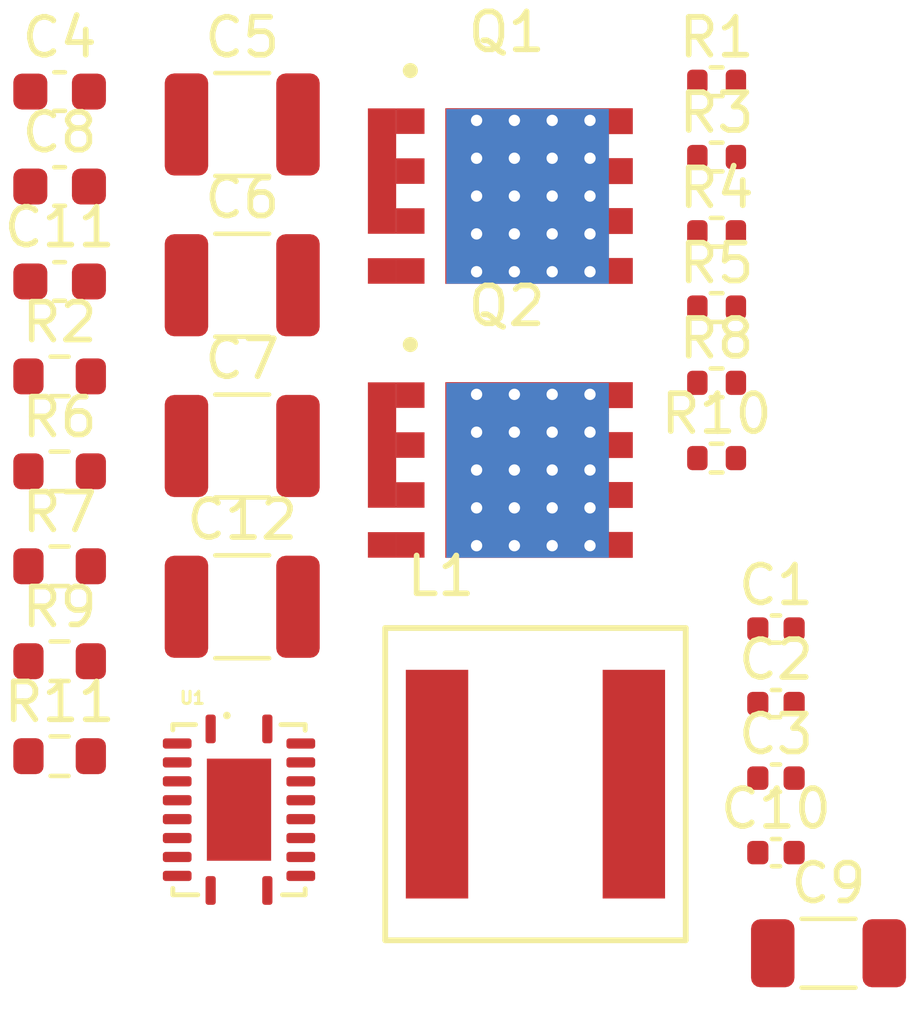
<source format=kicad_pcb>
(kicad_pcb (version 20241229) (generator "pcbnew") (generator_version "9.0")
  (layers (0 "F.Cu" signal) (2 "B.Cu" signal) (13 "F.Paste" user) (15 "B.Paste" user) (5 "F.SilkS" user "F.Silkscreen") (7 "B.SilkS" user "B.Silkscreen") (1 "F.Mask" user) (3 "B.Mask" user) (25 "Edge.Cuts" user))
  (net 0 "")
  (net 1 "Net-(C1-Pad1)")
  (net 2 "Net-(U1-FB)")
  (net 3 "Net-(U1-COMP)")
  (net 4 "Net-(C3-Pad1)")
  (net 5 "GND")
  (net 6 "Net-(U1-ILIM)")
  (net 7 "Vout")
  (net 8 "Net-(Q1-S)")
  (net 9 "Net-(U1-BST)")
  (net 10 "Net-(U1-SS{slash}TRK)")
  (net 11 "Net-(U1-VIN)")
  (net 12 "Vin")
  (net 13 "Net-(Q1-G)")
  (net 14 "Net-(Q2-G)")
  (net 15 "Net-(U1-VCC)")
  (net 16 "Net-(U1-PGOOD)")
  (net 17 "Net-(U1-SYNCIN)")
  (net 18 "Net-(U1-RT)")
  (net 19 "Net-(U1-EN{slash}UVLO)")
  (footprint "Resistor_SMD:R_0402_1005Metric" (layer "F.Cu") (at 128.24 78.75)
    (property "Reference" "R3" (at 0 -1.17 0) (layer "F.SilkS"))
    (property "Value" "3.4K")
    (fp_line (start -0.153641 -0.38) (end 0.153641 -0.38) (stroke (width 0.12)) (layer "F.SilkS"))
    (fp_line (start -0.153641 0.38) (end 0.153641 0.38) (stroke (width 0.12)) (layer "F.SilkS"))
    (pad "1" smd roundrect (at -0.51 0) (size 0.54 0.64) (layers "F.Cu" "F.Mask" "F.Paste") (net 5 "GND"))
    (pad "2" smd roundrect (at 0.51 0) (size 0.54 0.64) (layers "F.Cu" "F.Mask" "F.Paste") (net 2 "Net-(U1-FB)"))
  )
  (footprint "MyLib:8-PowerVDFN" (layer "F.Cu") (at 122.89 79.7825)
    (property "Reference" "Q1" (at -0.2025 -4.335 0) (layer "F.SilkS"))
    (property "Value" "CSD17578Q3A")
    (fp_circle (center -2.7525 -3.3175) (end -2.6525 -3.3175) (stroke (width 0.2)) (fill no) (layer "F.SilkS"))
    (pad "1" smd custom (at -3.50125 -0.66) (size 0.7475 3.315) (layers "F.Cu" "F.Paste") (net 8 "Net-(Q1-S)") (options (clearance outline) (anchor rect)) (primitives))
    (pad "1" smd custom (at -2.7525 -1.98) (size 0.75 0.675) (layers "F.Cu" "F.Mask" "F.Paste") (net 8 "Net-(Q1-S)") (options (clearance outline) (anchor rect)) (primitives))
    (pad "1" smd custom (at -2.7525 -0.66) (size 0.75 0.675) (layers "F.Cu" "F.Mask" "F.Paste") (net 8 "Net-(Q1-S)") (options (clearance outline) (anchor rect)) (primitives))
    (pad "1" smd custom (at -2.7525 0.66) (size 0.75 0.675) (layers "F.Cu" "F.Mask" "F.Paste") (net 8 "Net-(Q1-S)") (options (clearance outline) (anchor rect)) (primitives))
    (pad "4" smd rect (at -3.5 1.98) (size 0.75 0.675) (layers "F.Cu" "F.Paste") (net 13 "Net-(Q1-G)"))
    (pad "4" smd rect (at -2.7525 1.98) (size 0.75 0.675) (layers "F.Cu" "F.Mask" "F.Paste") (net 13 "Net-(Q1-G)"))
    (pad "5" thru_hole rect (at -1 -2) (size 1 0.8) (drill 0.3 (offset 0 0.1)) (property pad_prop_heatsink) (layers "*.Cu") (net 12 "Vin"))
    (pad "5" thru_hole rect (at -1 -1) (size 1 1) (drill 0.3) (property pad_prop_heatsink) (layers "*.Cu") (net 12 "Vin"))
    (pad "5" thru_hole rect (at -1 0) (size 1 1) (drill 0.3) (property pad_prop_heatsink) (layers "*.Cu") (net 12 "Vin"))
    (pad "5" thru_hole rect (at -1 1) (size 1 1) (drill 0.3) (property pad_prop_heatsink) (layers "*.Cu") (net 12 "Vin"))
    (pad "5" thru_hole rect (at -1 2) (size 1 0.8175) (drill 0.3 (offset 0 -0.09125)) (property pad_prop_heatsink) (layers "*.Cu") (net 12 "Vin"))
    (pad "5" thru_hole rect (at 0 -2) (size 1 0.8) (drill 0.3 (offset 0 0.1)) (property pad_prop_heatsink) (layers "*.Cu") (net 12 "Vin"))
    (pad "5" thru_hole rect (at 0 -1) (size 1 1) (drill 0.3) (property pad_prop_heatsink) (layers "*.Cu") (net 12 "Vin"))
    (pad "5" smd custom (at 0 0) (size 0.75 0.675) (layers "F.Cu") (net 12 "Vin") (options (clearance outline) (anchor rect)) (primitives (gr_poly (pts (xy 3.1275 -2.3175) (xy -1.8225 -2.3175) (xy -1.8225 2.3175) (xy 3.1275 2.3175) (xy 3.1275 1.6425) (xy 2.4725 1.6425) (xy 2.4725 0.9975) (xy 3.1275 0.9975) (xy 3.1275 0.3225) (xy 2.4725 0.3225) (xy 2.4725 -0.3225) (xy 3.1275 -0.3225) (xy 3.1275 -0.9975) (xy 2.4725 -0.9975) (xy 2.4725 -1.6425) (xy 3.1275 -1.6425)) (width 0.01) (fill yes))))
    (pad "5" thru_hole rect (at 0 0) (size 1 1) (drill 0.3) (property pad_prop_heatsink) (layers "*.Cu") (net 12 "Vin"))
    (pad "5" thru_hole rect (at 0 1) (size 1 1) (drill 0.3) (property pad_prop_heatsink) (layers "*.Cu") (net 12 "Vin"))
    (pad "5" thru_hole rect (at 0 2) (size 1 0.8175) (drill 0.3 (offset 0 -0.09125)) (property pad_prop_heatsink) (layers "*.Cu") (net 12 "Vin"))
    (pad "5" smd rect (at 0.34 0.00875) (size 4.28 4.6175) (property pad_prop_heatsink) (layers "B.Cu" "B.Mask") (net 12 "Vin"))
    (pad "5" thru_hole rect (at 1 -2) (size 1 0.8) (drill 0.3 (offset 0 0.1)) (property pad_prop_heatsink) (layers "*.Cu") (net 12 "Vin"))
    (pad "5" thru_hole rect (at 1 -1) (size 1 1) (drill 0.3) (property pad_prop_heatsink) (layers "*.Cu") (net 12 "Vin"))
    (pad "5" thru_hole rect (at 1 0) (size 1 1) (drill 0.3) (property pad_prop_heatsink) (layers "*.Cu") (net 12 "Vin"))
    (pad "5" thru_hole rect (at 1 1) (size 1 1) (drill 0.3) (property pad_prop_heatsink) (layers "*.Cu") (net 12 "Vin"))
    (pad "5" thru_hole rect (at 1 2) (size 1 0.8175) (drill 0.3 (offset 0 -0.09125)) (property pad_prop_heatsink) (layers "*.Cu") (net 12 "Vin"))
    (pad "5" thru_hole rect (at 2 -2) (size 1 0.8) (drill 0.3 (offset 0 0.1)) (property pad_prop_heatsink) (layers "*.Cu") (net 12 "Vin"))
    (pad "5" thru_hole rect (at 2 -1) (size 1 1) (drill 0.3) (property pad_prop_heatsink) (layers "*.Cu") (net 12 "Vin"))
    (pad "5" thru_hole rect (at 2 0) (size 1 1) (drill 0.3) (property pad_prop_heatsink) (layers "*.Cu") (net 12 "Vin"))
    (pad "5" thru_hole rect (at 2 1) (size 1 1) (drill 0.3) (property pad_prop_heatsink) (layers "*.Cu") (net 12 "Vin"))
    (pad "5" thru_hole rect (at 2 2) (size 1 0.8175) (drill 0.3 (offset 0 -0.09125)) (property pad_prop_heatsink) (layers "*.Cu") (net 12 "Vin"))
  )
  (footprint "Resistor_SMD:R_0402_1005Metric" (layer "F.Cu") (at 128.24 82.73)
    (property "Reference" "R5" (at 0 -1.17 0) (layer "F.SilkS"))
    (property "Value" "787")
    (fp_line (start -0.153641 -0.38) (end 0.153641 -0.38) (stroke (width 0.12)) (layer "F.SilkS"))
    (fp_line (start -0.153641 0.38) (end 0.153641 0.38) (stroke (width 0.12)) (layer "F.SilkS"))
    (pad "1" smd roundrect (at -0.51 0) (size 0.54 0.64) (layers "F.Cu" "F.Mask" "F.Paste") (net 4 "Net-(C3-Pad1)"))
    (pad "2" smd roundrect (at 0.51 0) (size 0.54 0.64) (layers "F.Cu" "F.Mask" "F.Paste") (net 2 "Net-(U1-FB)"))
  )
  (footprint "Capacitor_SMD:C_0603_1608Metric" (layer "F.Cu") (at 110.86 82.04)
    (property "Reference" "C11" (at 0 -1.43 0) (layer "F.SilkS"))
    (property "Value" "100nF")
    (fp_line (start -0.14058 -0.51) (end 0.14058 -0.51) (stroke (width 0.12)) (layer "F.SilkS"))
    (fp_line (start -0.14058 0.51) (end 0.14058 0.51) (stroke (width 0.12)) (layer "F.SilkS"))
    (pad "1" smd roundrect (at -0.775 0) (size 0.9 0.95) (layers "F.Cu" "F.Mask" "F.Paste") (net 11 "Net-(U1-VIN)"))
    (pad "2" smd roundrect (at 0.775 0) (size 0.9 0.95) (layers "F.Cu" "F.Mask" "F.Paste") (net 5 "GND"))
  )
  (footprint "MyLib:IND_XAL7070_COC-M" (layer "F.Cu") (at 123.4473 95.3297)
    (property "Reference" "L1" (at -2.5 -5.5 0) (layer "F.SilkS"))
    (property "Value" "3.3uH")
    (fp_line (start -3.9751 -4.1275) (end -3.9751 4.1275) (stroke (width 0.1524)) (layer "F.SilkS"))
    (fp_line (start -3.9751 4.1275) (end 3.9751 4.1275) (stroke (width 0.1524)) (layer "F.SilkS"))
    (fp_line (start 3.9751 -4.1275) (end -3.9751 -4.1275) (stroke (width 0.1524)) (layer "F.SilkS"))
    (fp_line (start 3.9751 4.1275) (end 3.9751 -4.1275) (stroke (width 0.1524)) (layer "F.SilkS"))
    (pad "1" smd rect (at -2.6035 0) (size 1.651 6.0452) (layers "F.Cu" "F.Mask" "F.Paste") (net 8 "Net-(Q1-S)"))
    (pad "2" smd rect (at 2.6035 0) (size 1.651 6.0452) (layers "F.Cu" "F.Mask" "F.Paste") (net 7 "Vout"))
  )
  (footprint "Resistor_SMD:R_0603_1608Metric" (layer "F.Cu") (at 110.86 84.55)
    (property "Reference" "R2" (at 0 -1.43 0) (layer "F.SilkS"))
    (property "Value" "18K")
    (fp_line (start -0.237258 -0.5225) (end 0.237258 -0.5225) (stroke (width 0.12)) (layer "F.SilkS"))
    (fp_line (start -0.237258 0.5225) (end 0.237258 0.5225) (stroke (width 0.12)) (layer "F.SilkS"))
    (pad "1" smd roundrect (at -0.825 0) (size 0.8 0.95) (layers "F.Cu" "F.Mask" "F.Paste") (net 2 "Net-(U1-FB)"))
    (pad "2" smd roundrect (at 0.825 0) (size 0.8 0.95) (layers "F.Cu" "F.Mask" "F.Paste") (net 7 "Vout"))
  )
  (footprint "Resistor_SMD:R_0603_1608Metric" (layer "F.Cu") (at 110.86 92.08)
    (property "Reference" "R9" (at 0 -1.43 0) (layer "F.SilkS"))
    (property "Value" "2.1")
    (fp_line (start -0.237258 -0.5225) (end 0.237258 -0.5225) (stroke (width 0.12)) (layer "F.SilkS"))
    (fp_line (start -0.237258 0.5225) (end 0.237258 0.5225) (stroke (width 0.12)) (layer "F.SilkS"))
    (pad "1" smd roundrect (at -0.825 0) (size 0.8 0.95) (layers "F.Cu" "F.Mask" "F.Paste") (net 11 "Net-(U1-VIN)"))
    (pad "2" smd roundrect (at 0.825 0) (size 0.8 0.95) (layers "F.Cu" "F.Mask" "F.Paste") (net 12 "Vin"))
  )
  (footprint "Capacitor_SMD:C_0603_1608Metric" (layer "F.Cu") (at 110.86 79.53)
    (property "Reference" "C8" (at 0 -1.43 0) (layer "F.SilkS"))
    (property "Value" "100nF")
    (fp_line (start -0.14058 -0.51) (end 0.14058 -0.51) (stroke (width 0.12)) (layer "F.SilkS"))
    (fp_line (start -0.14058 0.51) (end 0.14058 0.51) (stroke (width 0.12)) (layer "F.SilkS"))
    (pad "1" smd roundrect (at -0.775 0) (size 0.9 0.95) (layers "F.Cu" "F.Mask" "F.Paste") (net 8 "Net-(Q1-S)"))
    (pad "2" smd roundrect (at 0.775 0) (size 0.9 0.95) (layers "F.Cu" "F.Mask" "F.Paste") (net 9 "Net-(U1-BST)"))
  )
  (footprint "Capacitor_SMD:C_0402_1005Metric" (layer "F.Cu") (at 129.81 97.14)
    (property "Reference" "C10" (at 0 -1.16 0) (layer "F.SilkS"))
    (property "Value" "56nF")
    (fp_line (start -0.107836 -0.36) (end 0.107836 -0.36) (stroke (width 0.12)) (layer "F.SilkS"))
    (fp_line (start -0.107836 0.36) (end 0.107836 0.36) (stroke (width 0.12)) (layer "F.SilkS"))
    (pad "1" smd roundrect (at -0.48 0) (size 0.56 0.62) (layers "F.Cu" "F.Mask" "F.Paste") (net 10 "Net-(U1-SS{slash}TRK)"))
    (pad "2" smd roundrect (at 0.48 0) (size 0.56 0.62) (layers "F.Cu" "F.Mask" "F.Paste") (net 5 "GND"))
  )
  (footprint "Capacitor_SMD:C_1210_3225Metric" (layer "F.Cu") (at 115.69 82.14)
    (property "Reference" "C6" (at 0 -2.3 0) (layer "F.SilkS"))
    (property "Value" "22uF")
    (fp_line (start -0.711252 -1.36) (end 0.711252 -1.36) (stroke (width 0.12)) (layer "F.SilkS"))
    (fp_line (start -0.711252 1.36) (end 0.711252 1.36) (stroke (width 0.12)) (layer "F.SilkS"))
    (pad "1" smd roundrect (at -1.475 0) (size 1.15 2.7) (layers "F.Cu" "F.Mask" "F.Paste") (roundrect_rratio 0.217391) (net 7 "Vout"))
    (pad "2" smd roundrect (at 1.475 0) (size 1.15 2.7) (layers "F.Cu" "F.Mask" "F.Paste") (roundrect_rratio 0.217391) (net 5 "GND"))
  )
  (footprint "Capacitor_SMD:C_0402_1005Metric" (layer "F.Cu") (at 129.81 93.2)
    (property "Reference" "C2" (at 0 -1.16 0) (layer "F.SilkS"))
    (property "Value" "390pF")
    (fp_line (start -0.107836 -0.36) (end 0.107836 -0.36) (stroke (width 0.12)) (layer "F.SilkS"))
    (fp_line (start -0.107836 0.36) (end 0.107836 0.36) (stroke (width 0.12)) (layer "F.SilkS"))
    (pad "1" smd roundrect (at -0.48 0) (size 0.56 0.62) (layers "F.Cu" "F.Mask" "F.Paste") (net 2 "Net-(U1-FB)"))
    (pad "2" smd roundrect (at 0.48 0) (size 0.56 0.62) (layers "F.Cu" "F.Mask" "F.Paste") (net 3 "Net-(U1-COMP)"))
  )
  (footprint "Capacitor_SMD:C_1206_3216Metric" (layer "F.Cu") (at 131.2 99.8)
    (property "Reference" "C9" (at 0 -1.85 0) (layer "F.SilkS"))
    (property "Value" "2.2uF")
    (fp_line (start -0.711252 -0.91) (end 0.711252 -0.91) (stroke (width 0.12)) (layer "F.SilkS"))
    (fp_line (start -0.711252 0.91) (end 0.711252 0.91) (stroke (width 0.12)) (layer "F.SilkS"))
    (pad "1" smd roundrect (at -1.475 0) (size 1.15 1.8) (layers "F.Cu" "F.Mask" "F.Paste") (roundrect_rratio 0.217391) (net 15 "Net-(U1-VCC)"))
    (pad "2" smd roundrect (at 1.475 0) (size 1.15 1.8) (layers "F.Cu" "F.Mask" "F.Paste") (roundrect_rratio 0.217391) (net 5 "GND"))
  )
  (footprint "Resistor_SMD:R_0603_1608Metric" (layer "F.Cu") (at 110.86 89.57)
    (property "Reference" "R7" (at 0 -1.43 0) (layer "F.SilkS"))
    (property "Value" "787")
    (fp_line (start -0.237258 -0.5225) (end 0.237258 -0.5225) (stroke (width 0.12)) (layer "F.SilkS"))
    (fp_line (start -0.237258 0.5225) (end 0.237258 0.5225) (stroke (width 0.12)) (layer "F.SilkS"))
    (pad "1" smd roundrect (at -0.825 0) (size 0.8 0.95) (layers "F.Cu" "F.Mask" "F.Paste") (net 15 "Net-(U1-VCC)"))
    (pad "2" smd roundrect (at 0.825 0) (size 0.8 0.95) (layers "F.Cu" "F.Mask" "F.Paste") (net 17 "Net-(U1-SYNCIN)"))
  )
  (footprint "Capacitor_SMD:C_1210_3225Metric" (layer "F.Cu") (at 115.69 77.89)
    (property "Reference" "C5" (at 0 -2.3 0) (layer "F.SilkS"))
    (property "Value" "22uF")
    (fp_line (start -0.711252 -1.36) (end 0.711252 -1.36) (stroke (width 0.12)) (layer "F.SilkS"))
    (fp_line (start -0.711252 1.36) (end 0.711252 1.36) (stroke (width 0.12)) (layer "F.SilkS"))
    (pad "1" smd roundrect (at -1.475 0) (size 1.15 2.7) (layers "F.Cu" "F.Mask" "F.Paste") (roundrect_rratio 0.217391) (net 7 "Vout"))
    (pad "2" smd roundrect (at 1.475 0) (size 1.15 2.7) (layers "F.Cu" "F.Mask" "F.Paste") (roundrect_rratio 0.217391) (net 5 "GND"))
  )
  (footprint "Capacitor_SMD:C_1210_3225Metric" (layer "F.Cu") (at 115.69 86.39)
    (property "Reference" "C7" (at 0 -2.3 0) (layer "F.SilkS"))
    (property "Value" "22uF")
    (fp_line (start -0.711252 -1.36) (end 0.711252 -1.36) (stroke (width 0.12)) (layer "F.SilkS"))
    (fp_line (start -0.711252 1.36) (end 0.711252 1.36) (stroke (width 0.12)) (layer "F.SilkS"))
    (pad "1" smd roundrect (at -1.475 0) (size 1.15 2.7) (layers "F.Cu" "F.Mask" "F.Paste") (roundrect_rratio 0.217391) (net 7 "Vout"))
    (pad "2" smd roundrect (at 1.475 0) (size 1.15 2.7) (layers "F.Cu" "F.Mask" "F.Paste") (roundrect_rratio 0.217391) (net 5 "GND"))
  )
  (footprint "Resistor_SMD:R_0402_1005Metric" (layer "F.Cu") (at 128.24 84.72)
    (property "Reference" "R8" (at 0 -1.17 0) (layer "F.SilkS"))
    (property "Value" "39.2K")
    (fp_line (start -0.153641 -0.38) (end 0.153641 -0.38) (stroke (width 0.12)) (layer "F.SilkS"))
    (fp_line (start -0.153641 0.38) (end 0.153641 0.38) (stroke (width 0.12)) (layer "F.SilkS"))
    (pad "1" smd roundrect (at -0.51 0) (size 0.54 0.64) (layers "F.Cu" "F.Mask" "F.Paste") (net 5 "GND"))
    (pad "2" smd roundrect (at 0.51 0) (size 0.54 0.64) (layers "F.Cu" "F.Mask" "F.Paste") (net 18 "Net-(U1-RT)"))
  )
  (footprint "Capacitor_SMD:C_0402_1005Metric" (layer "F.Cu") (at 129.81 91.23)
    (property "Reference" "C1" (at 0 -1.16 0) (layer "F.SilkS"))
    (property "Value" "390pF")
    (fp_line (start -0.107836 -0.36) (end 0.107836 -0.36) (stroke (width 0.12)) (layer "F.SilkS"))
    (fp_line (start -0.107836 0.36) (end 0.107836 0.36) (stroke (width 0.12)) (layer "F.SilkS"))
    (pad "1" smd roundrect (at -0.48 0) (size 0.56 0.62) (layers "F.Cu" "F.Mask" "F.Paste") (net 1 "Net-(C1-Pad1)"))
    (pad "2" smd roundrect (at 0.48 0) (size 0.56 0.62) (layers "F.Cu" "F.Mask" "F.Paste") (net 2 "Net-(U1-FB)"))
  )
  (footprint "Capacitor_SMD:C_1210_3225Metric" (layer "F.Cu") (at 115.69 90.64)
    (property "Reference" "C12" (at 0 -2.3 0) (layer "F.SilkS"))
    (property "Value" "4.7uF")
    (fp_line (start -0.711252 -1.36) (end 0.711252 -1.36) (stroke (width 0.12)) (layer "F.SilkS"))
    (fp_line (start -0.711252 1.36) (end 0.711252 1.36) (stroke (width 0.12)) (layer "F.SilkS"))
    (pad "1" smd roundrect (at -1.475 0) (size 1.15 2.7) (layers "F.Cu" "F.Mask" "F.Paste") (roundrect_rratio 0.217391) (net 12 "Vin"))
    (pad "2" smd roundrect (at 1.475 0) (size 1.15 2.7) (layers "F.Cu" "F.Mask" "F.Paste") (roundrect_rratio 0.217391) (net 5 "GND"))
  )
  (footprint "Resistor_SMD:R_0402_1005Metric" (layer "F.Cu") (at 128.24 76.76)
    (property "Reference" "R1" (at 0 -1.17 0) (layer "F.SilkS"))
    (property "Value" "787")
    (fp_line (start -0.153641 -0.38) (end 0.153641 -0.38) (stroke (width 0.12)) (layer "F.SilkS"))
    (fp_line (start -0.153641 0.38) (end 0.153641 0.38) (stroke (width 0.12)) (layer "F.SilkS"))
    (pad "1" smd roundrect (at -0.51 0) (size 0.54 0.64) (layers "F.Cu" "F.Mask" "F.Paste") (net 6 "Net-(U1-ILIM)"))
    (pad "2" smd roundrect (at 0.51 0) (size 0.54 0.64) (layers "F.Cu" "F.Mask" "F.Paste") (net 8 "Net-(Q1-S)"))
  )
  (footprint "Capacitor_SMD:C_0402_1005Metric" (layer "F.Cu") (at 129.81 95.17)
    (property "Reference" "C3" (at 0 -1.16 0) (layer "F.SilkS"))
    (property "Value" "390pF")
    (fp_line (start -0.107836 -0.36) (end 0.107836 -0.36) (stroke (width 0.12)) (layer "F.SilkS"))
    (fp_line (start -0.107836 0.36) (end 0.107836 0.36) (stroke (width 0.12)) (layer "F.SilkS"))
    (pad "1" smd roundrect (at -0.48 0) (size 0.56 0.62) (layers "F.Cu" "F.Mask" "F.Paste") (net 4 "Net-(C3-Pad1)"))
    (pad "2" smd roundrect (at 0.48 0) (size 0.56 0.62) (layers "F.Cu" "F.Mask" "F.Paste") (net 3 "Net-(U1-COMP)"))
  )
  (footprint "Capacitor_SMD:C_0603_1608Metric" (layer "F.Cu") (at 110.86 77.02)
    (property "Reference" "C4" (at 0 -1.43 0) (layer "F.SilkS"))
    (property "Value" "10pF")
    (fp_line (start -0.14058 -0.51) (end 0.14058 -0.51) (stroke (width 0.12)) (layer "F.SilkS"))
    (fp_line (start -0.14058 0.51) (end 0.14058 0.51) (stroke (width 0.12)) (layer "F.SilkS"))
    (pad "1" smd roundrect (at -0.775 0) (size 0.9 0.95) (layers "F.Cu" "F.Mask" "F.Paste") (net 6 "Net-(U1-ILIM)"))
    (pad "2" smd roundrect (at 0.775 0) (size 0.9 0.95) (layers "F.Cu" "F.Mask" "F.Paste") (net 5 "GND"))
  )
  (footprint "Resistor_SMD:R_0402_1005Metric" (layer "F.Cu") (at 128.24 80.74)
    (property "Reference" "R4" (at 0 -1.17 0) (layer "F.SilkS"))
    (property "Value" "130")
    (fp_line (start -0.153641 -0.38) (end 0.153641 -0.38) (stroke (width 0.12)) (layer "F.SilkS"))
    (fp_line (start -0.153641 0.38) (end 0.153641 0.38) (stroke (width 0.12)) (layer "F.SilkS"))
    (pad "1" smd roundrect (at -0.51 0) (size 0.54 0.64) (layers "F.Cu" "F.Mask" "F.Paste") (net 1 "Net-(C1-Pad1)"))
    (pad "2" smd roundrect (at 0.51 0) (size 0.54 0.64) (layers "F.Cu" "F.Mask" "F.Paste") (net 7 "Vout"))
  )
  (footprint "Resistor_SMD:R_0603_1608Metric" (layer "F.Cu") (at 110.86 87.06)
    (property "Reference" "R6" (at 0 -1.43 0) (layer "F.SilkS"))
    (property "Value" "787")
    (fp_line (start -0.237258 -0.5225) (end 0.237258 -0.5225) (stroke (width 0.12)) (layer "F.SilkS"))
    (fp_line (start -0.237258 0.5225) (end 0.237258 0.5225) (stroke (width 0.12)) (layer "F.SilkS"))
    (pad "1" smd roundrect (at -0.825 0) (size 0.8 0.95) (layers "F.Cu" "F.Mask" "F.Paste") (net 15 "Net-(U1-VCC)"))
    (pad "2" smd roundrect (at 0.825 0) (size 0.8 0.95) (layers "F.Cu" "F.Mask" "F.Paste") (net 16 "Net-(U1-PGOOD)"))
  )
  (footprint "MyLib:8-PowerVDFN" (layer "F.Cu") (at 122.89 87.025)
    (property "Reference" "Q2" (at -0.2025 -4.335 0) (layer "F.SilkS"))
    (property "Value" "CSD17577Q3A")
    (fp_circle (center -2.7525 -3.3175) (end -2.6525 -3.3175) (stroke (width 0.2)) (fill no) (layer "F.SilkS"))
    (pad "1" smd custom (at -3.50125 -0.66) (size 0.7475 3.315) (layers "F.Cu" "F.Paste") (net 5 "GND") (options (clearance outline) (anchor rect)) (primitives))
    (pad "1" smd custom (at -2.7525 -1.98) (size 0.75 0.675) (layers "F.Cu" "F.Mask" "F.Paste") (net 5 "GND") (options (clearance outline) (anchor rect)) (primitives))
    (pad "1" smd custom (at -2.7525 -0.66) (size 0.75 0.675) (layers "F.Cu" "F.Mask" "F.Paste") (net 5 "GND") (options (clearance outline) (anchor rect)) (primitives))
    (pad "1" smd custom (at -2.7525 0.66) (size 0.75 0.675) (layers "F.Cu" "F.Mask" "F.Paste") (net 5 "GND") (options (clearance outline) (anchor rect)) (primitives))
    (pad "4" smd rect (at -3.5 1.98) (size 0.75 0.675) (layers "F.Cu" "F.Paste") (net 14 "Net-(Q2-G)"))
    (pad "4" smd rect (at -2.7525 1.98) (size 0.75 0.675) (layers "F.Cu" "F.Mask" "F.Paste") (net 14 "Net-(Q2-G)"))
    (pad "5" thru_hole rect (at -1 -2) (size 1 0.8) (drill 0.3 (offset 0 0.1)) (property pad_prop_heatsink) (layers "*.Cu") (net 8 "Net-(Q1-S)"))
    (pad "5" thru_hole rect (at -1 -1) (size 1 1) (drill 0.3) (property pad_prop_heatsink) (layers "*.Cu") (net 8 "Net-(Q1-S)"))
    (pad "5" thru_hole rect (at -1 0) (size 1 1) (drill 0.3) (property pad_prop_heatsink) (layers "*.Cu") (net 8 "Net-(Q1-S)"))
    (pad "5" thru_hole rect (at -1 1) (size 1 1) (drill 0.3) (property pad_prop_heatsink) (layers "*.Cu") (net 8 "Net-(Q1-S)"))
    (pad "5" thru_hole rect (at -1 2) (size 1 0.8175) (drill 0.3 (offset 0 -0.09125)) (property pad_prop_heatsink) (layers "*.Cu") (net 8 "Net-(Q1-S)"))
    (pad "5" thru_hole rect (at 0 -2) (size 1 0.8) (drill 0.3 (offset 0 0.1)) (property pad_prop_heatsink) (layers "*.Cu") (net 8 "Net-(Q1-S)"))
    (pad "5" thru_hole rect (at 0 -1) (size 1 1) (drill 0.3) (property pad_prop_heatsink) (layers "*.Cu") (net 8 "Net-(Q1-S)"))
    (pad "5" smd custom (at 0 0) (size 0.75 0.675) (layers "F.Cu") (net 8 "Net-(Q1-S)") (options (clearance outline) (anchor rect)) (primitives (gr_poly (pts (xy 3.1275 -2.3175) (xy -1.8225 -2.3175) (xy -1.8225 2.3175) (xy 3.1275 2.3175) (xy 3.1275 1.6425) (xy 2.4725 1.6425) (xy 2.4725 0.9975) (xy 3.1275 0.9975) (xy 3.1275 0.3225) (xy 2.4725 0.3225) (xy 2.4725 -0.3225) (xy 3.1275 -0.3225) (xy 3.1275 -0.9975) (xy 2.4725 -0.9975) (xy 2.4725 -1.6425) (xy 3.1275 -1.6425)) (width 0.01) (fill yes))))
    (pad "5" thru_hole rect (at 0 0) (size 1 1) (drill 0.3) (property pad_prop_heatsink) (layers "*.Cu") (net 8 "Net-(Q1-S)"))
    (pad "5" thru_hole rect (at 0 1) (size 1 1) (drill 0.3) (property pad_prop_heatsink) (layers "*.Cu") (net 8 "Net-(Q1-S)"))
    (pad "5" thru_hole rect (at 0 2) (size 1 0.8175) (drill 0.3 (offset 0 -0.09125)) (property pad_prop_heatsink) (layers "*.Cu") (net 8 "Net-(Q1-S)"))
    (pad "5" smd rect (at 0.34 0.00875) (size 4.28 4.6175) (property pad_prop_heatsink) (layers "B.Cu" "B.Mask") (net 8 "Net-(Q1-S)"))
    (pad "5" thru_hole rect (at 1 -2) (size 1 0.8) (drill 0.3 (offset 0 0.1)) (property pad_prop_heatsink) (layers "*.Cu") (net 8 "Net-(Q1-S)"))
    (pad "5" thru_hole rect (at 1 -1) (size 1 1) (drill 0.3) (property pad_prop_heatsink) (layers "*.Cu") (net 8 "Net-(Q1-S)"))
    (pad "5" thru_hole rect (at 1 0) (size 1 1) (drill 0.3) (property pad_prop_heatsink) (layers "*.Cu") (net 8 "Net-(Q1-S)"))
    (pad "5" thru_hole rect (at 1 1) (size 1 1) (drill 0.3) (property pad_prop_heatsink) (layers "*.Cu") (net 8 "Net-(Q1-S)"))
    (pad "5" thru_hole rect (at 1 2) (size 1 0.8175) (drill 0.3 (offset 0 -0.09125)) (property pad_prop_heatsink) (layers "*.Cu") (net 8 "Net-(Q1-S)"))
    (pad "5" thru_hole rect (at 2 -2) (size 1 0.8) (drill 0.3 (offset 0 0.1)) (property pad_prop_heatsink) (layers "*.Cu") (net 8 "Net-(Q1-S)"))
    (pad "5" thru_hole rect (at 2 -1) (size 1 1) (drill 0.3) (property pad_prop_heatsink) (layers "*.Cu") (net 8 "Net-(Q1-S)"))
    (pad "5" thru_hole rect (at 2 0) (size 1 1) (drill 0.3) (property pad_prop_heatsink) (layers "*.Cu") (net 8 "Net-(Q1-S)"))
    (pad "5" thru_hole rect (at 2 1) (size 1 1) (drill 0.3) (property pad_prop_heatsink) (layers "*.Cu") (net 8 "Net-(Q1-S)"))
    (pad "5" thru_hole rect (at 2 2) (size 1 0.8175) (drill 0.3 (offset 0 -0.09125)) (property pad_prop_heatsink) (layers "*.Cu") (net 8 "Net-(Q1-S)"))
  )
  (footprint "Resistor_SMD:R_0603_1608Metric" (layer "F.Cu") (at 110.86 94.59)
    (property "Reference" "R11" (at 0 -1.43 0) (layer "F.SilkS"))
    (property "Value" "8.45K")
    (fp_line (start -0.237258 -0.5225) (end 0.237258 -0.5225) (stroke (width 0.12)) (layer "F.SilkS"))
    (fp_line (start -0.237258 0.5225) (end 0.237258 0.5225) (stroke (width 0.12)) (layer "F.SilkS"))
    (pad "1" smd roundrect (at -0.825 0) (size 0.8 0.95) (layers "F.Cu" "F.Mask" "F.Paste") (net 5 "GND"))
    (pad "2" smd roundrect (at 0.825 0) (size 0.8 0.95) (layers "F.Cu" "F.Mask" "F.Paste") (net 19 "Net-(U1-EN{slash}UVLO)"))
  )
  (footprint "Resistor_SMD:R_0402_1005Metric" (layer "F.Cu") (at 128.24 86.71)
    (property "Reference" "R10" (at 0 -1.17 0) (layer "F.SilkS"))
    (property "Value" "49.9K")
    (fp_line (start -0.153641 -0.38) (end 0.153641 -0.38) (stroke (width 0.12)) (layer "F.SilkS"))
    (fp_line (start -0.153641 0.38) (end 0.153641 0.38) (stroke (width 0.12)) (layer "F.SilkS"))
    (pad "1" smd roundrect (at -0.51 0) (size 0.54 0.64) (layers "F.Cu" "F.Mask" "F.Paste") (net 19 "Net-(U1-EN{slash}UVLO)"))
    (pad "2" smd roundrect (at 0.51 0) (size 0.54 0.64) (layers "F.Cu" "F.Mask" "F.Paste") (net 12 "Vin"))
  )
  (footprint "MyLib:QFN50P350X450X100-20N" (layer "F.Cu") (at 115.605 96.005)
    (property "Reference" "U1" (at -1.234013 -2.953222 0) (layer "F.SilkS") (effects (font (size 0.320002 0.320002))))
    (property "Value" "LM25145RGYT")
    (fp_line (start -1.75 -2.25) (end -1.15 -2.25) (stroke (width 0.127)) (layer "F.SilkS"))
    (fp_line (start -1.75 -2.11) (end -1.75 -2.25) (stroke (width 0.127)) (layer "F.SilkS"))
    (fp_line (start -1.75 2.08) (end -1.75 2.25) (stroke (width 0.127)) (layer "F.SilkS"))
    (fp_line (start -1.75 2.25) (end -1.09 2.25) (stroke (width 0.127)) (layer "F.SilkS"))
    (fp_line (start 1.11 -2.25) (end 1.75 -2.25) (stroke (width 0.127)) (layer "F.SilkS"))
    (fp_line (start 1.75 -2.25) (end 1.75 -2.1) (stroke (width 0.127)) (layer "F.SilkS"))
    (fp_line (start 1.75 2.09) (end 1.75 2.25) (stroke (width 0.127)) (layer "F.SilkS"))
    (fp_line (start 1.75 2.25) (end 1.15 2.25) (stroke (width 0.127)) (layer "F.SilkS"))
    (fp_circle (center -0.32 -2.49) (end -0.22 -2.49) (fill yes) (layer "F.SilkS"))
    (pad "1" smd roundrect (at -0.75 -2.135) (size 0.27 0.76) (layers "F.Cu" "F.Mask" "F.Paste") (roundrect_rratio 0.27) (net 19 "Net-(U1-EN{slash}UVLO)"))
    (pad "2" smd roundrect (at -1.635 -1.75) (size 0.76 0.27) (layers "F.Cu" "F.Mask" "F.Paste") (roundrect_rratio 0.27) (net 18 "Net-(U1-RT)"))
    (pad "3" smd roundrect (at -1.635 -1.25) (size 0.76 0.27) (layers "F.Cu" "F.Mask" "F.Paste") (roundrect_rratio 0.27) (net 10 "Net-(U1-SS{slash}TRK)"))
    (pad "4" smd roundrect (at -1.635 -0.75) (size 0.76 0.27) (layers "F.Cu" "F.Mask" "F.Paste") (roundrect_rratio 0.27) (net 3 "Net-(U1-COMP)"))
    (pad "5" smd roundrect (at -1.635 -0.25) (size 0.76 0.27) (layers "F.Cu" "F.Mask" "F.Paste") (roundrect_rratio 0.27) (net 2 "Net-(U1-FB)"))
    (pad "6" smd roundrect (at -1.635 0.25) (size 0.76 0.27) (layers "F.Cu" "F.Mask" "F.Paste") (roundrect_rratio 0.27) (net 5 "GND"))
    (pad "7" smd roundrect (at -1.635 0.75) (size 0.76 0.27) (layers "F.Cu" "F.Mask" "F.Paste") (roundrect_rratio 0.27))
    (pad "8" smd roundrect (at -1.635 1.25) (size 0.76 0.27) (layers "F.Cu" "F.Mask" "F.Paste") (roundrect_rratio 0.27) (net 17 "Net-(U1-SYNCIN)"))
    (pad "9" smd roundrect (at -1.635 1.75) (size 0.76 0.27) (layers "F.Cu" "F.Mask" "F.Paste") (roundrect_rratio 0.27))
    (pad "10" smd roundrect (at -0.75 2.135) (size 0.27 0.76) (layers "F.Cu" "F.Mask" "F.Paste") (roundrect_rratio 0.27) (net 16 "Net-(U1-PGOOD)"))
    (pad "11" smd roundrect (at 0.75 2.135) (size 0.27 0.76) (layers "F.Cu" "F.Mask" "F.Paste") (roundrect_rratio 0.27) (net 6 "Net-(U1-ILIM)"))
    (pad "12" smd roundrect (at 1.635 1.75) (size 0.76 0.27) (layers "F.Cu" "F.Mask" "F.Paste") (roundrect_rratio 0.27) (net 5 "GND"))
    (pad "13" smd roundrect (at 1.635 1.25) (size 0.76 0.27) (layers "F.Cu" "F.Mask" "F.Paste") (roundrect_rratio 0.27) (net 14 "Net-(Q2-G)"))
    (pad "14" smd roundrect (at 1.635 0.75) (size 0.76 0.27) (layers "F.Cu" "F.Mask" "F.Paste") (roundrect_rratio 0.27) (net 15 "Net-(U1-VCC)"))
    (pad "15" smd roundrect (at 1.635 0.25) (size 0.76 0.27) (layers "F.Cu" "F.Mask" "F.Paste") (roundrect_rratio 0.27) (net 5 "GND"))
    (pad "16" smd roundrect (at 1.635 -0.25) (size 0.76 0.27) (layers "F.Cu" "F.Mask" "F.Paste") (roundrect_rratio 0.27))
    (pad "17" smd roundrect (at 1.635 -0.75) (size 0.76 0.27) (layers "F.Cu" "F.Mask" "F.Paste") (roundrect_rratio 0.27) (net 9 "Net-(U1-BST)"))
    (pad "18" smd roundrect (at 1.635 -1.25) (size 0.76 0.27) (layers "F.Cu" "F.Mask" "F.Paste") (roundrect_rratio 0.27) (net 13 "Net-(Q1-G)"))
    (pad "19" smd roundrect (at 1.635 -1.75) (size 0.76 0.27) (layers "F.Cu" "F.Mask" "F.Paste") (roundrect_rratio 0.27) (net 8 "Net-(Q1-S)"))
    (pad "20" smd roundrect (at 0.75 -2.135) (size 0.27 0.76) (layers "F.Cu" "F.Mask" "F.Paste") (roundrect_rratio 0.27) (net 11 "Net-(U1-VIN)"))
    (pad "21" smd rect (at 0 0) (size 1.7 2.7) (layers "F.Cu" "F.Mask") (net 5 "GND"))
  )
)
</source>
